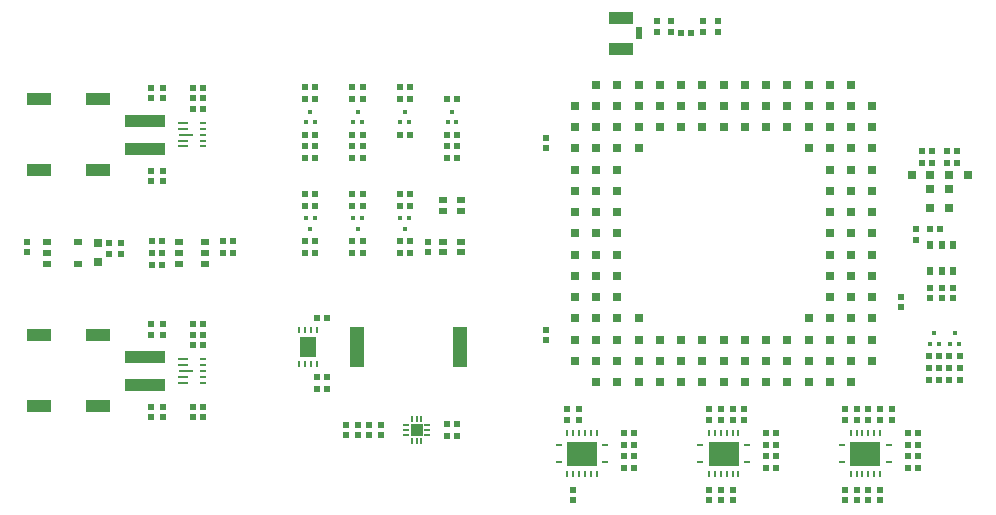
<source format=gtp>
G04*
G04 #@! TF.GenerationSoftware,Altium Limited,Altium Designer,20.0.13 (296)*
G04*
G04 Layer_Color=8421504*
%FSLAX25Y25*%
%MOIN*%
G70*
G01*
G75*
%ADD16R,0.03150X0.01968*%
%ADD17R,0.02362X0.00984*%
%ADD18R,0.03543X0.00984*%
%ADD19R,0.05118X0.00984*%
%ADD20R,0.10039X0.08071*%
%ADD21R,0.00984X0.02362*%
%ADD22R,0.01850X0.02047*%
%ADD23R,0.03937X0.03937*%
%ADD24R,0.01968X0.00984*%
%ADD25R,0.00984X0.01968*%
%ADD26R,0.05118X0.13386*%
%ADD27R,0.13386X0.03858*%
%ADD28R,0.02047X0.01850*%
%ADD29R,0.03150X0.03150*%
G04:AMPARAMS|DCode=30|XSize=27.56mil|YSize=27.56mil|CornerRadius=2.76mil|HoleSize=0mil|Usage=FLASHONLY|Rotation=0.000|XOffset=0mil|YOffset=0mil|HoleType=Round|Shape=RoundedRectangle|*
%AMROUNDEDRECTD30*
21,1,0.02756,0.02205,0,0,0.0*
21,1,0.02205,0.02756,0,0,0.0*
1,1,0.00551,0.01102,-0.01102*
1,1,0.00551,-0.01102,-0.01102*
1,1,0.00551,-0.01102,0.01102*
1,1,0.00551,0.01102,0.01102*
%
%ADD30ROUNDEDRECTD30*%
%ADD31R,0.05709X0.06890*%
%ADD32R,0.02362X0.03937*%
%ADD33R,0.07874X0.03937*%
%ADD34R,0.03150X0.03150*%
%ADD35R,0.01575X0.01575*%
%ADD36R,0.01575X0.01575*%
%ADD37R,0.01968X0.03150*%
D16*
X144882Y82480D02*
D03*
X138583D02*
D03*
Y78937D02*
D03*
X144882D02*
D03*
Y96260D02*
D03*
X138583D02*
D03*
Y92716D02*
D03*
X144882D02*
D03*
X50787Y82480D02*
D03*
Y78740D02*
D03*
Y75000D02*
D03*
X59449D02*
D03*
Y82480D02*
D03*
Y78740D02*
D03*
X16929Y82480D02*
D03*
Y75000D02*
D03*
X6693D02*
D03*
Y78740D02*
D03*
Y82480D02*
D03*
D17*
X58661Y43307D02*
D03*
Y41339D02*
D03*
Y39370D02*
D03*
Y37402D02*
D03*
Y35433D02*
D03*
X287303Y8858D02*
D03*
X271752D02*
D03*
Y14764D02*
D03*
X287303D02*
D03*
X58661Y122047D02*
D03*
Y120079D02*
D03*
Y118110D02*
D03*
Y116142D02*
D03*
Y114173D02*
D03*
X192815Y8858D02*
D03*
X177264D02*
D03*
Y14764D02*
D03*
X192815D02*
D03*
X240059Y8858D02*
D03*
X224508D02*
D03*
Y14764D02*
D03*
X240059D02*
D03*
D18*
X52165Y35433D02*
D03*
Y37402D02*
D03*
Y41339D02*
D03*
Y43307D02*
D03*
Y114173D02*
D03*
Y116142D02*
D03*
Y120079D02*
D03*
Y122047D02*
D03*
D19*
X52953Y39370D02*
D03*
Y118110D02*
D03*
D20*
X279528Y11811D02*
D03*
X185039D02*
D03*
X232283D02*
D03*
D21*
X284449Y5020D02*
D03*
X282480D02*
D03*
X280512D02*
D03*
X278543D02*
D03*
X276575D02*
D03*
X274606D02*
D03*
Y18602D02*
D03*
X276575D02*
D03*
X278543D02*
D03*
X280512D02*
D03*
X282480D02*
D03*
X284449D02*
D03*
X189961Y5020D02*
D03*
X187992D02*
D03*
X186024D02*
D03*
X184055D02*
D03*
X182087D02*
D03*
X180118D02*
D03*
Y18602D02*
D03*
X182087D02*
D03*
X184055D02*
D03*
X186024D02*
D03*
X187992D02*
D03*
X189961D02*
D03*
X237205Y5020D02*
D03*
X235236D02*
D03*
X233268D02*
D03*
X231299D02*
D03*
X229331D02*
D03*
X227362D02*
D03*
Y18602D02*
D03*
X229331D02*
D03*
X231299D02*
D03*
X233268D02*
D03*
X235236D02*
D03*
X237205D02*
D03*
D22*
X92795Y118110D02*
D03*
X96181D02*
D03*
X55394Y23898D02*
D03*
X58780D02*
D03*
X310216Y108610D02*
D03*
X306831D02*
D03*
X310216Y112547D02*
D03*
X306831D02*
D03*
X298445Y108610D02*
D03*
X301831D02*
D03*
X298445Y112547D02*
D03*
X301831D02*
D03*
X65236Y82677D02*
D03*
X68622D02*
D03*
X41614Y74803D02*
D03*
X45000D02*
D03*
Y82677D02*
D03*
X41614D02*
D03*
X307551Y44299D02*
D03*
X310937D02*
D03*
X300776D02*
D03*
X304161D02*
D03*
X202480Y14764D02*
D03*
X199094D02*
D03*
X202480Y10827D02*
D03*
X199094D02*
D03*
X202480Y6890D02*
D03*
X199094D02*
D03*
X249724Y18701D02*
D03*
X246339D02*
D03*
X249724Y14764D02*
D03*
X246339D02*
D03*
X249724Y10827D02*
D03*
X246339D02*
D03*
X296969Y14764D02*
D03*
X293583D02*
D03*
X296969Y10827D02*
D03*
X293583D02*
D03*
X296969Y6890D02*
D03*
X293583D02*
D03*
X140039Y114173D02*
D03*
X143425D02*
D03*
Y129921D02*
D03*
X140039D02*
D03*
X127677Y133858D02*
D03*
X124291D02*
D03*
X108543Y114173D02*
D03*
X111929D02*
D03*
Y133858D02*
D03*
X108543D02*
D03*
X92795Y114173D02*
D03*
X96181D02*
D03*
Y133858D02*
D03*
X92795D02*
D03*
X143425Y17717D02*
D03*
X140039D02*
D03*
X111929Y98425D02*
D03*
X108543D02*
D03*
X111929Y82677D02*
D03*
X108543D02*
D03*
X127677Y98425D02*
D03*
X124291D02*
D03*
X127677Y82677D02*
D03*
X124291D02*
D03*
X96181Y98425D02*
D03*
X92795D02*
D03*
X96181Y82677D02*
D03*
X92795D02*
D03*
X100118Y33465D02*
D03*
X96732D02*
D03*
X58780Y126811D02*
D03*
X55394D02*
D03*
X58780Y130197D02*
D03*
X55394D02*
D03*
Y133583D02*
D03*
X58780D02*
D03*
Y48071D02*
D03*
X55394D02*
D03*
X58780Y51457D02*
D03*
X55394D02*
D03*
Y27283D02*
D03*
X58780D02*
D03*
X55394Y54843D02*
D03*
X58780D02*
D03*
X301181Y86500D02*
D03*
X304567D02*
D03*
X68622Y78740D02*
D03*
X65236D02*
D03*
X41614D02*
D03*
X45000D02*
D03*
X218165Y151894D02*
D03*
X221551D02*
D03*
X307551Y36425D02*
D03*
X310937D02*
D03*
X300776D02*
D03*
X304161D02*
D03*
X310937Y40362D02*
D03*
X307551D02*
D03*
X304161D02*
D03*
X300776D02*
D03*
X199094Y18701D02*
D03*
X202480D02*
D03*
X246339Y6890D02*
D03*
X249724D02*
D03*
X293583Y18701D02*
D03*
X296969D02*
D03*
X140039Y118110D02*
D03*
X143425D02*
D03*
X140039Y110236D02*
D03*
X143425D02*
D03*
X124291Y129921D02*
D03*
X127677D02*
D03*
X108543D02*
D03*
X111929D02*
D03*
Y110236D02*
D03*
X108543D02*
D03*
X96181D02*
D03*
X92795D02*
D03*
X143425Y21654D02*
D03*
X140039D02*
D03*
X111929Y78740D02*
D03*
X108543D02*
D03*
Y94488D02*
D03*
X111929D02*
D03*
X127677Y78740D02*
D03*
X124291D02*
D03*
Y94488D02*
D03*
X127677D02*
D03*
X96181Y78740D02*
D03*
X92795D02*
D03*
Y94488D02*
D03*
X96181D02*
D03*
X96732Y57087D02*
D03*
X100118D02*
D03*
Y37402D02*
D03*
X96732D02*
D03*
X92795Y129921D02*
D03*
X96181D02*
D03*
X124291Y118110D02*
D03*
X127677D02*
D03*
X108543D02*
D03*
X111929D02*
D03*
D23*
X129921Y19685D02*
D03*
D24*
X126378Y18110D02*
D03*
Y19685D02*
D03*
Y21260D02*
D03*
X133465D02*
D03*
Y19685D02*
D03*
Y18110D02*
D03*
D25*
X128347Y23228D02*
D03*
X129921D02*
D03*
X131496D02*
D03*
Y16142D02*
D03*
X129921D02*
D03*
X128347D02*
D03*
X94646Y52953D02*
D03*
X92677D02*
D03*
X90709D02*
D03*
X96614D02*
D03*
X94646Y41535D02*
D03*
X92677D02*
D03*
X90709D02*
D03*
X96614D02*
D03*
D26*
X144429Y47244D02*
D03*
X110177D02*
D03*
D27*
X39370Y34705D02*
D03*
Y44035D02*
D03*
Y113445D02*
D03*
Y122776D02*
D03*
D28*
X210165Y155827D02*
D03*
Y152441D02*
D03*
X41339Y102638D02*
D03*
Y106024D02*
D03*
X45276D02*
D03*
Y102638D02*
D03*
Y130197D02*
D03*
Y133583D02*
D03*
X41339D02*
D03*
Y130197D02*
D03*
X41339Y23898D02*
D03*
Y27283D02*
D03*
X45276D02*
D03*
Y23898D02*
D03*
X41339Y51457D02*
D03*
Y54843D02*
D03*
X45276D02*
D03*
Y51457D02*
D03*
X308661Y63610D02*
D03*
Y66996D02*
D03*
X301181D02*
D03*
Y63610D02*
D03*
X296500Y86500D02*
D03*
Y83114D02*
D03*
X0Y82480D02*
D03*
Y79094D02*
D03*
X27559Y78455D02*
D03*
Y81840D02*
D03*
X31496D02*
D03*
Y78455D02*
D03*
X291339Y60532D02*
D03*
Y63917D02*
D03*
X225551Y155827D02*
D03*
Y152441D02*
D03*
X214665Y155827D02*
D03*
Y152441D02*
D03*
X180118Y26496D02*
D03*
Y23110D02*
D03*
X184055Y26496D02*
D03*
Y23110D02*
D03*
X182087Y-3661D02*
D03*
Y-276D02*
D03*
X227362Y26496D02*
D03*
Y23110D02*
D03*
X231299Y26496D02*
D03*
Y23110D02*
D03*
X235236Y26496D02*
D03*
Y23110D02*
D03*
X227362Y-3661D02*
D03*
Y-276D02*
D03*
X231299Y-3661D02*
D03*
Y-276D02*
D03*
X235236Y-3661D02*
D03*
Y-276D02*
D03*
X272638Y26496D02*
D03*
Y23110D02*
D03*
X276575Y26496D02*
D03*
Y23110D02*
D03*
X280512Y26496D02*
D03*
Y23110D02*
D03*
X284449Y26496D02*
D03*
Y23110D02*
D03*
X272638Y-3661D02*
D03*
Y-276D02*
D03*
X276575Y-3661D02*
D03*
Y-276D02*
D03*
X280512Y-3661D02*
D03*
Y-276D02*
D03*
X284449Y-3661D02*
D03*
Y-276D02*
D03*
X114173Y21378D02*
D03*
Y17992D02*
D03*
X118110Y21378D02*
D03*
Y17992D02*
D03*
X110236D02*
D03*
Y21378D02*
D03*
X106299D02*
D03*
Y17992D02*
D03*
X133858Y82402D02*
D03*
Y79016D02*
D03*
X230551Y155827D02*
D03*
Y152441D02*
D03*
X304921Y63610D02*
D03*
Y66996D02*
D03*
X173228Y116909D02*
D03*
Y113524D02*
D03*
Y53130D02*
D03*
Y49744D02*
D03*
X239173Y23110D02*
D03*
Y26496D02*
D03*
X288386Y23110D02*
D03*
Y26496D02*
D03*
D29*
X301181Y93699D02*
D03*
Y99900D02*
D03*
X23622Y81840D02*
D03*
Y75640D02*
D03*
X307480Y93699D02*
D03*
Y99900D02*
D03*
D30*
X182677Y42658D02*
D03*
X189764D02*
D03*
X182677Y56831D02*
D03*
Y49744D02*
D03*
X189764Y35571D02*
D03*
X196850D02*
D03*
X189764Y49744D02*
D03*
X196850Y42658D02*
D03*
Y49744D02*
D03*
X182677Y78091D02*
D03*
Y63917D02*
D03*
Y71004D02*
D03*
X189764Y63917D02*
D03*
Y56831D02*
D03*
Y78091D02*
D03*
X196850Y63917D02*
D03*
X189764Y71004D02*
D03*
X203937Y42658D02*
D03*
Y35571D02*
D03*
X211024D02*
D03*
X218110D02*
D03*
X211024Y42658D02*
D03*
X225197Y35571D02*
D03*
X218110Y42658D02*
D03*
X196850Y71004D02*
D03*
X203937Y49744D02*
D03*
X196850Y56831D02*
D03*
X211024Y49744D02*
D03*
X225197Y42658D02*
D03*
X203937Y56831D02*
D03*
X225197Y49744D02*
D03*
X218110D02*
D03*
X182677Y92264D02*
D03*
Y85177D02*
D03*
Y106437D02*
D03*
Y99350D02*
D03*
X189764Y85177D02*
D03*
X196850Y78091D02*
D03*
X189764Y106437D02*
D03*
Y92264D02*
D03*
Y99350D02*
D03*
X182677Y113524D02*
D03*
X189764D02*
D03*
X182677Y120610D02*
D03*
Y127697D02*
D03*
X196850Y113524D02*
D03*
Y106437D02*
D03*
X189764Y134783D02*
D03*
Y120610D02*
D03*
Y127697D02*
D03*
X196850Y92264D02*
D03*
Y85177D02*
D03*
Y127697D02*
D03*
Y99350D02*
D03*
Y120610D02*
D03*
X203937D02*
D03*
Y113524D02*
D03*
X211024Y120610D02*
D03*
X225197D02*
D03*
X218110D02*
D03*
X196850Y134783D02*
D03*
X203937Y127697D02*
D03*
Y134783D02*
D03*
X211024Y127697D02*
D03*
X218110D02*
D03*
X211024Y134783D02*
D03*
X225197D02*
D03*
X218110D02*
D03*
X232283Y35571D02*
D03*
X239370D02*
D03*
X232283Y42658D02*
D03*
X239370D02*
D03*
X246457Y35571D02*
D03*
X253543D02*
D03*
X246457Y42658D02*
D03*
X260630Y35571D02*
D03*
X267717Y42658D02*
D03*
X239370Y49744D02*
D03*
X253543Y42658D02*
D03*
X232283Y49744D02*
D03*
X253543D02*
D03*
X246457D02*
D03*
X260630D02*
D03*
Y42658D02*
D03*
Y56831D02*
D03*
X267717Y49744D02*
D03*
Y78091D02*
D03*
Y35571D02*
D03*
X274803Y42658D02*
D03*
X267717Y63917D02*
D03*
X274803Y49744D02*
D03*
X267717Y56831D02*
D03*
X274803Y35571D02*
D03*
X281890Y42658D02*
D03*
X274803Y56831D02*
D03*
X281890Y49744D02*
D03*
Y56831D02*
D03*
X267717Y71004D02*
D03*
X274803Y63917D02*
D03*
Y85177D02*
D03*
Y71004D02*
D03*
Y78091D02*
D03*
X281890D02*
D03*
Y63917D02*
D03*
Y71004D02*
D03*
X232283Y120610D02*
D03*
X239370D02*
D03*
X232283Y127697D02*
D03*
X246457Y120610D02*
D03*
X267717Y92264D02*
D03*
Y85177D02*
D03*
X253543Y120610D02*
D03*
X260630Y113524D02*
D03*
Y120610D02*
D03*
X225197Y127697D02*
D03*
X239370D02*
D03*
X232283Y134783D02*
D03*
X246457Y127697D02*
D03*
X239370Y134783D02*
D03*
X253543Y127697D02*
D03*
X260630D02*
D03*
X246457Y134783D02*
D03*
X260630D02*
D03*
X253543D02*
D03*
X267717Y99350D02*
D03*
X274803Y92264D02*
D03*
X267717Y113524D02*
D03*
X274803Y99350D02*
D03*
X267717Y106437D02*
D03*
X281890Y92264D02*
D03*
Y85177D02*
D03*
X274803Y106437D02*
D03*
X281890Y99350D02*
D03*
Y106437D02*
D03*
X267717Y120610D02*
D03*
X274803Y113524D02*
D03*
X267717Y134783D02*
D03*
X274803Y120610D02*
D03*
X267717Y127697D02*
D03*
X281890Y120610D02*
D03*
Y113524D02*
D03*
X274803Y127697D02*
D03*
X281890D02*
D03*
X274803Y134783D02*
D03*
D31*
X93661Y47244D02*
D03*
D32*
X203976Y151894D02*
D03*
D33*
X198071Y157012D02*
D03*
Y146776D02*
D03*
X3937Y51181D02*
D03*
X23622D02*
D03*
X3937Y106299D02*
D03*
X23622D02*
D03*
X3937Y129921D02*
D03*
X23622D02*
D03*
X3937Y27559D02*
D03*
X23622D02*
D03*
D34*
X307480Y104673D02*
D03*
X313681D02*
D03*
X301181D02*
D03*
X294980D02*
D03*
D35*
X309244Y51846D02*
D03*
X302468D02*
D03*
X141732Y125787D02*
D03*
X125984D02*
D03*
X110236D02*
D03*
X94488D02*
D03*
X110236Y86811D02*
D03*
X125984D02*
D03*
X94488D02*
D03*
D36*
X310720Y48303D02*
D03*
X307768D02*
D03*
X303945D02*
D03*
X300992D02*
D03*
X143209Y122244D02*
D03*
X140256D02*
D03*
X127461D02*
D03*
X124508D02*
D03*
X111713D02*
D03*
X108760D02*
D03*
X95965D02*
D03*
X93012D02*
D03*
X108760Y90354D02*
D03*
X111713D02*
D03*
X124508D02*
D03*
X127461D02*
D03*
X93012D02*
D03*
X95965D02*
D03*
D37*
X301181Y72783D02*
D03*
X304921D02*
D03*
X308661D02*
D03*
Y81445D02*
D03*
X301181D02*
D03*
X304921D02*
D03*
M02*

</source>
